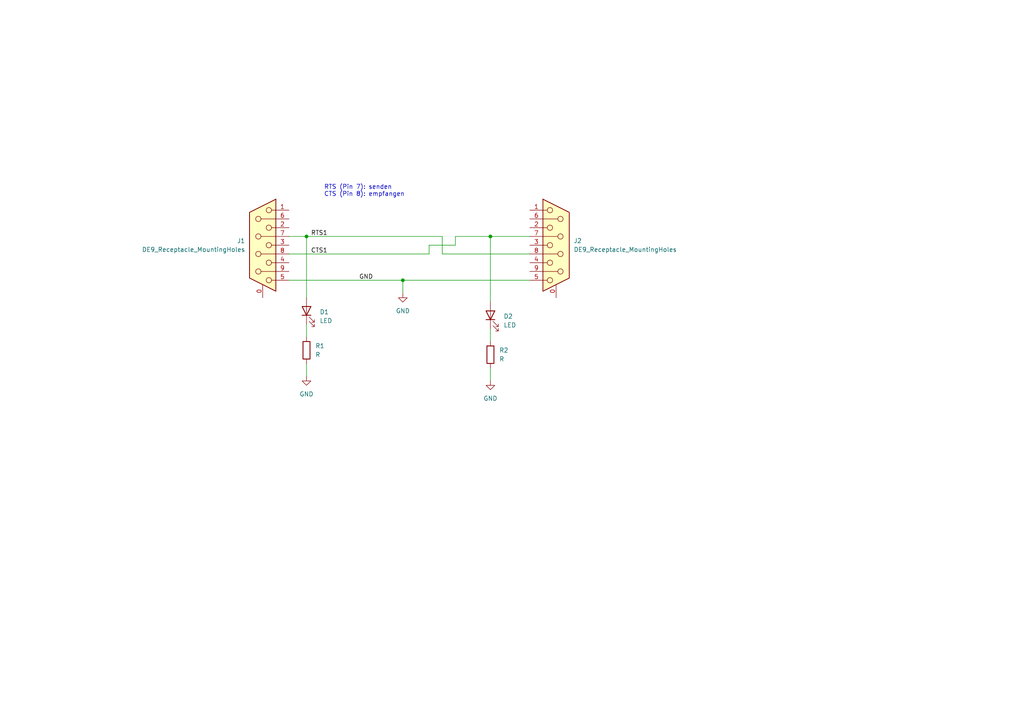
<source format=kicad_sch>
(kicad_sch (version 20230121) (generator eeschema)
  (paper "A4")
  (lib_symbols
    (symbol "Connector:DE9_Receptacle_MountingHoles" (pin_names (offset 1.016) hide)
      (property "Reference" "J" (at 0 16.51 0))
      (property "Value" "DE9_Receptacle_MountingHoles" (at 0 14.605 0))
      (symbol "DE9_Receptacle_MountingHoles_0_1"
        (circle (center -1.778 -10.16) (radius 0.762))
        (circle (center -1.778 -5.08) (radius 0.762))
        (circle (center -1.778 0) (radius 0.762))
        (circle (center -1.778 5.08) (radius 0.762))
        (circle (center -1.778 10.16) (radius 0.762))
        (polyline (pts (xy -3.81 -10.16) (xy -2.54 -10.16)))
        (polyline (pts (xy -3.81 -7.62) (xy 0.508 -7.62)))
        (polyline (pts (xy -3.81 -5.08) (xy -2.54 -5.08)))
        (polyline (pts (xy -3.81 -2.54) (xy 0.508 -2.54)))
        (polyline (pts (xy -3.81 0) (xy -2.54 0)))
        (polyline (pts (xy -3.81 2.54) (xy 0.508 2.54)))
        (polyline (pts (xy -3.81 5.08) (xy -2.54 5.08)))
        (polyline (pts (xy -3.81 7.62) (xy 0.508 7.62)))
        (polyline (pts (xy -3.81 10.16) (xy -2.54 10.16)))
        (polyline (pts (xy -3.81 13.335) (xy -3.81 -13.335) (xy 3.81 -9.525) (xy 3.81 9.525) (xy -3.81 13.335)) (stroke (width 0.254)) (fill (type background)))
        (circle (center 1.27 -7.62) (radius 0.762))
        (circle (center 1.27 -2.54) (radius 0.762))
        (circle (center 1.27 2.54) (radius 0.762))
        (circle (center 1.27 7.62) (radius 0.762))
      )
      (symbol "DE9_Receptacle_MountingHoles_1_1"
        (pin passive line (at 0 -15.24 90) (length 3.81) (name "PAD") (number "0"))
        (pin passive line (at -7.62 10.16 0) (length 3.81) (name "1") (number "1"))
        (pin passive line (at -7.62 5.08 0) (length 3.81) (name "2") (number "2"))
        (pin passive line (at -7.62 0 0) (length 3.81) (name "3") (number "3"))
        (pin passive line (at -7.62 -5.08 0) (length 3.81) (name "4") (number "4"))
        (pin passive line (at -7.62 -10.16 0) (length 3.81) (name "5") (number "5"))
        (pin passive line (at -7.62 7.62 0) (length 3.81) (name "6") (number "6"))
        (pin passive line (at -7.62 2.54 0) (length 3.81) (name "7") (number "7"))
        (pin passive line (at -7.62 -2.54 0) (length 3.81) (name "8") (number "8"))
        (pin passive line (at -7.62 -7.62 0) (length 3.81) (name "9") (number "9"))
      )
    )
    (symbol "Device:LED" (pin_numbers hide) (pin_names (offset 1.016) hide)
      (property "Reference" "D" (at 0 2.54 0))
      (property "Value" "LED" (at 0 -2.54 0))
      (symbol "LED_0_1"
        (polyline (pts (xy -1.27 -1.27) (xy -1.27 1.27)) (stroke (width 0.254)))
        (polyline (pts (xy -1.27 0) (xy 1.27 0)))
        (polyline (pts (xy 1.27 -1.27) (xy 1.27 1.27) (xy -1.27 0) (xy 1.27 -1.27)) (stroke (width 0.254)))
        (polyline (pts (xy -3.048 -0.762) (xy -4.572 -2.286) (xy -3.81 -2.286) (xy -4.572 -2.286) (xy -4.572 -1.524)))
        (polyline (pts (xy -1.778 -0.762) (xy -3.302 -2.286) (xy -2.54 -2.286) (xy -3.302 -2.286) (xy -3.302 -1.524)))
      )
      (symbol "LED_1_1"
        (pin passive line (at -3.81 0 0) (length 2.54) (name "K") (number "1"))
        (pin passive line (at 3.81 0 180) (length 2.54) (name "A") (number "2"))
      )
    )
    (symbol "Device:R" (pin_numbers hide) (pin_names (offset 0))
      (property "Reference" "R" (at 2.032 0 90))
      (property "Value" "R" (at 0 0 90))
      (symbol "R_0_1"
        (rectangle (start -1.016 -2.54) (end 1.016 2.54) (stroke (width 0.254)))
      )
      (symbol "R_1_1"
        (pin passive line (at 0 3.81 270) (length 1.27) (name "~") (number "1"))
        (pin passive line (at 0 -3.81 90) (length 1.27) (name "~") (number "2"))
      )
    )
    (symbol "power:GND" (power) (pin_names (offset 0))
      (property "Value" "GND" (at 0 -3.81 0))
      (symbol "GND_0_1"
        (polyline (pts (xy 0 0) (xy 0 -1.27) (xy 1.27 -1.27) (xy 0 -2.54) (xy -1.27 -1.27) (xy 0 -1.27)))
      )
      (symbol "GND_1_1"
        (pin power_in line (at 0 0 270) (length 0) hide (name "GND") (number "1"))
      )
    )
  )
  (junction (at 116.84 81.28))
  (junction (at 88.9 68.58))
  (junction (at 142.24 68.58))
  (wire (pts (xy 88.9 105.41) (xy 88.9 109.22)))
  (wire (pts (xy 116.84 81.28) (xy 153.67 81.28)))
  (wire (pts (xy 83.82 73.66) (xy 124.46 73.66)))
  (wire (pts (xy 88.9 68.58) (xy 128.27 68.58)))
  (wire (pts (xy 88.9 93.98) (xy 88.9 97.79)))
  (wire (pts (xy 132.08 68.58) (xy 142.24 68.58)))
  (wire (pts (xy 128.27 73.66) (xy 153.67 73.66)))
  (wire (pts (xy 142.24 68.58) (xy 142.24 87.63)))
  (wire (pts (xy 88.9 68.58) (xy 88.9 86.36)))
  (wire (pts (xy 132.08 71.12) (xy 132.08 68.58)))
  (wire (pts (xy 142.24 95.25) (xy 142.24 99.06)))
  (wire (pts (xy 83.82 68.58) (xy 88.9 68.58)))
  (wire (pts (xy 142.24 68.58) (xy 153.67 68.58)))
  (wire (pts (xy 128.27 68.58) (xy 128.27 73.66)))
  (wire (pts (xy 124.46 73.66) (xy 124.46 71.12)))
  (wire (pts (xy 142.24 106.68) (xy 142.24 110.49)))
  (wire (pts (xy 116.84 81.28) (xy 116.84 85.09)))
  (wire (pts (xy 83.82 81.28) (xy 116.84 81.28)))
  (wire (pts (xy 124.46 71.12) (xy 132.08 71.12)))
  (text "RTS (Pin 7): senden\nCTS (Pin 8): empfangen" (at 93.98 57.15 0) (effects (font (size 1.27 1.27)) (justify left bottom)))
  (label "GND" (at 104.14 81.28 0))
  (label "CTS1" (at 90.17 73.66 0))
  (label "RTS1" (at 90.17 68.58 0))
  (symbol (lib_id "Device:LED") (at 142.24 91.44 90) (unit 1)
    (property "Reference" "D2" (at 146.05 91.7575 90) (effects (justify right)))
    (property "Value" "LED" (at 146.05 94.2975 90) (effects (justify right)))
    (property "Footprint" "LED_THT:LED_D5.0mm" (effects hide))
  )
  (symbol (lib_id "power:GND") (at 142.24 110.49 0) (unit 1)
    (property "Reference" "#PWR03" (effects hide))
    (property "Value" "GND" (at 142.24 115.57 0))
  )
  (symbol (lib_id "Connector:DE9_Receptacle_MountingHoles") (at 161.29 71.12 0) (unit 1)
    (property "Reference" "J2" (at 166.37 69.85 0) (effects (justify left)))
    (property "Value" "DE9_Receptacle_MountingHoles" (at 166.37 72.39 0) (effects (justify left)))
    (property "Footprint" "Connector_Dsub:DSUB-9_Female_Horizontal_P2.77x2.84mm_EdgePinOffset7.70mm_Housed_MountingHolesOffset9.12mm" (effects hide))
    (property "Datasheet" " ~" (effects hide))
  )
  (symbol (lib_id "Device:R") (at 88.9 101.6 180) (unit 1)
    (property "Reference" "R1" (at 91.44 100.33 0) (effects (justify right)))
    (property "Value" "R" (at 91.44 102.87 0) (effects (justify right)))
    (property "Footprint" "Resistor_THT:R_Axial_DIN0207_L6.3mm_D2.5mm_P10.16mm_Horizontal" (effects hide))
  )
  (symbol (lib_id "Device:LED") (at 88.9 90.17 90) (unit 1)
    (property "Reference" "D1" (at 92.71 90.4875 90) (effects (justify right)))
    (property "Value" "LED" (at 92.71 93.0275 90) (effects (justify right)))
    (property "Footprint" "LED_THT:LED_D5.0mm" (effects hide))
  )
  (symbol (lib_id "power:GND") (at 116.84 85.09 0) (unit 1)
    (property "Reference" "#PWR01" (effects hide))
    (property "Value" "GND" (at 116.84 90.17 0))
  )
  (symbol (lib_id "Connector:DE9_Receptacle_MountingHoles") (at 76.2 71.12 0) (mirror y) (unit 1)
    (property "Reference" "J1" (at 71.12 69.85 0) (effects (justify left)))
    (property "Value" "DE9_Receptacle_MountingHoles" (at 71.12 72.39 0) (effects (justify left)))
    (property "Footprint" "Connector_Dsub:DSUB-9_Female_Horizontal_P2.77x2.84mm_EdgePinOffset7.70mm_Housed_MountingHolesOffset9.12mm" (effects hide))
    (property "Datasheet" " ~" (effects hide))
  )
  (symbol (lib_id "power:GND") (at 88.9 109.22 0) (unit 1)
    (property "Reference" "#PWR02" (effects hide))
    (property "Value" "GND" (at 88.9 114.3 0))
  )
  (symbol (lib_id "Device:R") (at 142.24 102.87 180) (unit 1)
    (property "Reference" "R2" (at 144.78 101.6 0) (effects (justify right)))
    (property "Value" "R" (at 144.78 104.14 0) (effects (justify right)))
    (property "Footprint" "Resistor_THT:R_Axial_DIN0207_L6.3mm_D2.5mm_P10.16mm_Horizontal" (effects hide))
  )
)
</source>
